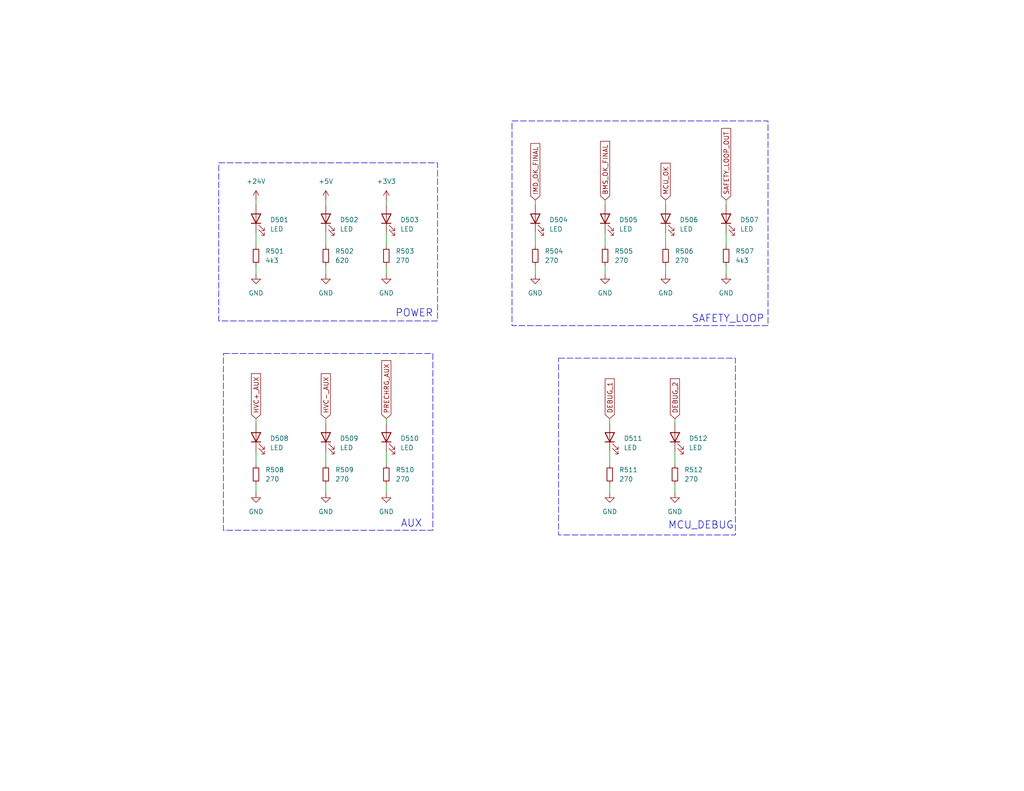
<source format=kicad_sch>
(kicad_sch (version 20231120) (generator "eeschema") (generator_version "8.0")
  (paper "USLetter")
  (title_block (title "Relay Control Board") (date "2024-07-01") (rev "PA") (company "UBC ThunderBikes") (comment 1 "Peter Woolsey"))
  (lib_symbols
    (symbol "Device:LED" (pin_numbers hide) (pin_names (offset 1.016) hide)
      (property "Reference" "D" (at 0 2.54 0))
      (property "Value" "LED" (at 0 -2.54 0))
      (symbol "LED_0_1"
        (polyline (pts (xy -1.27 -1.27) (xy -1.27 1.27)) (stroke (width 0.254)))
        (polyline (pts (xy -1.27 0) (xy 1.27 0)))
        (polyline (pts (xy 1.27 -1.27) (xy 1.27 1.27) (xy -1.27 0) (xy 1.27 -1.27)) (stroke (width 0.254)))
        (polyline (pts (xy -3.048 -0.762) (xy -4.572 -2.286) (xy -3.81 -2.286) (xy -4.572 -2.286) (xy -4.572 -1.524)))
        (polyline (pts (xy -1.778 -0.762) (xy -3.302 -2.286) (xy -2.54 -2.286) (xy -3.302 -2.286) (xy -3.302 -1.524)))
      )
      (symbol "LED_1_1"
        (pin passive line (at -3.81 0 0) (length 2.54) (name "K") (number "1"))
        (pin passive line (at 3.81 0 180) (length 2.54) (name "A") (number "2"))
      )
    )
    (symbol "Device:R_Small" (pin_numbers hide) (pin_names (offset 0.254) hide)
      (property "Reference" "R" (at 0.762 0.508 0))
      (property "Value" "R_Small" (at 0.762 -1.016 0))
      (symbol "R_Small_0_1"
        (rectangle (start -0.762 1.778) (end 0.762 -1.778) (stroke (width 0.2032)))
      )
      (symbol "R_Small_1_1"
        (pin passive line (at 0 2.54 270) (length 0.762) (name "~") (number "1"))
        (pin passive line (at 0 -2.54 90) (length 0.762) (name "~") (number "2"))
      )
    )
    (symbol "power:+24V" (power) (pin_numbers hide) (pin_names (offset 0) hide)
      (property "Value" "+24V" (at 0 3.556 0))
      (symbol "+24V_0_1"
        (polyline (pts (xy -0.762 1.27) (xy 0 2.54)))
        (polyline (pts (xy 0 0) (xy 0 2.54)))
        (polyline (pts (xy 0 2.54) (xy 0.762 1.27)))
      )
      (symbol "+24V_1_1"
        (pin power_in line (at 0 0 90) (length 0) (name "~") (number "1"))
      )
    )
    (symbol "power:+3V3" (power) (pin_numbers hide) (pin_names (offset 0) hide)
      (property "Value" "+3V3" (at 0 3.556 0))
      (symbol "+3V3_0_1"
        (polyline (pts (xy -0.762 1.27) (xy 0 2.54)))
        (polyline (pts (xy 0 0) (xy 0 2.54)))
        (polyline (pts (xy 0 2.54) (xy 0.762 1.27)))
      )
      (symbol "+3V3_1_1"
        (pin power_in line (at 0 0 90) (length 0) (name "~") (number "1"))
      )
    )
    (symbol "power:+5V" (power) (pin_numbers hide) (pin_names (offset 0) hide)
      (property "Value" "+5V" (at 0 3.556 0))
      (symbol "+5V_0_1"
        (polyline (pts (xy -0.762 1.27) (xy 0 2.54)))
        (polyline (pts (xy 0 0) (xy 0 2.54)))
        (polyline (pts (xy 0 2.54) (xy 0.762 1.27)))
      )
      (symbol "+5V_1_1"
        (pin power_in line (at 0 0 90) (length 0) (name "~") (number "1"))
      )
    )
    (symbol "power:GND" (power) (pin_numbers hide) (pin_names (offset 0) hide)
      (property "Value" "GND" (at 0 -3.81 0))
      (symbol "GND_0_1"
        (polyline (pts (xy 0 0) (xy 0 -1.27) (xy 1.27 -1.27) (xy 0 -2.54) (xy -1.27 -1.27) (xy 0 -1.27)))
      )
      (symbol "GND_1_1"
        (pin power_in line (at 0 0 270) (length 0) (name "~") (number "1"))
      )
    )
  )
  (wire (pts (xy 105.41 72.39) (xy 105.41 74.93)))
  (wire (pts (xy 184.15 132.08) (xy 184.15 134.62)))
  (wire (pts (xy 166.37 132.08) (xy 166.37 134.62)))
  (wire (pts (xy 88.9 72.39) (xy 88.9 74.93)))
  (wire (pts (xy 88.9 132.08) (xy 88.9 134.62)))
  (wire (pts (xy 198.12 72.39) (xy 198.12 74.93)))
  (wire (pts (xy 88.9 123.19) (xy 88.9 127)))
  (wire (pts (xy 184.15 123.19) (xy 184.15 127)))
  (wire (pts (xy 69.85 123.19) (xy 69.85 127)))
  (wire (pts (xy 181.61 63.5) (xy 181.61 67.31)))
  (wire (pts (xy 166.37 114.3) (xy 166.37 115.57)))
  (wire (pts (xy 198.12 63.5) (xy 198.12 67.31)))
  (wire (pts (xy 88.9 114.3) (xy 88.9 115.57)))
  (wire (pts (xy 105.41 123.19) (xy 105.41 127)))
  (wire (pts (xy 181.61 54.61) (xy 181.61 55.88)))
  (wire (pts (xy 69.85 114.3) (xy 69.85 115.57)))
  (wire (pts (xy 198.12 54.61) (xy 198.12 55.88)))
  (wire (pts (xy 69.85 132.08) (xy 69.85 134.62)))
  (wire (pts (xy 165.1 54.61) (xy 165.1 55.88)))
  (wire (pts (xy 105.41 114.3) (xy 105.41 115.57)))
  (wire (pts (xy 146.05 63.5) (xy 146.05 67.31)))
  (wire (pts (xy 69.85 63.5) (xy 69.85 67.31)))
  (wire (pts (xy 88.9 54.61) (xy 88.9 55.88)))
  (wire (pts (xy 165.1 72.39) (xy 165.1 74.93)))
  (wire (pts (xy 181.61 72.39) (xy 181.61 74.93)))
  (wire (pts (xy 69.85 72.39) (xy 69.85 74.93)))
  (wire (pts (xy 146.05 54.61) (xy 146.05 55.88)))
  (wire (pts (xy 165.1 63.5) (xy 165.1 67.31)))
  (wire (pts (xy 166.37 123.19) (xy 166.37 127)))
  (wire (pts (xy 105.41 132.08) (xy 105.41 134.62)))
  (wire (pts (xy 69.85 54.61) (xy 69.85 55.88)))
  (wire (pts (xy 184.15 114.3) (xy 184.15 115.57)))
  (wire (pts (xy 105.41 54.61) (xy 105.41 55.88)))
  (wire (pts (xy 105.41 63.5) (xy 105.41 67.31)))
  (wire (pts (xy 88.9 63.5) (xy 88.9 67.31)))
  (wire (pts (xy 146.05 72.39) (xy 146.05 74.93)))
  (rectangle (start 59.69 44.45) (end 119.38 87.63) (stroke (width 0) (type dash)))
  (rectangle (start 139.7 33.02) (end 209.55 88.9) (stroke (width 0) (type dash)))
  (rectangle (start 60.96 96.52) (end 118.11 144.78) (stroke (width 0) (type dash)))
  (rectangle (start 152.4 97.79) (end 200.66 146.05) (stroke (width 0) (type dash)))
  (text "SAFETY_LOOP" (at 198.628 87.122 0) (effects (font (size 2 2))))
  (text "MCU_DEBUG\n" (at 191.262 143.51 0) (effects (font (size 2 2))))
  (text "POWER" (at 113.03 85.598 0) (effects (font (size 2 2))))
  (text "AUX" (at 112.268 143.002 0) (effects (font (size 2 2))))
  (global_label "PRECHRG_AUX" (shape input) (at 105.41 114.3 90) (property "Intersheetrefs" "${INTERSHEET_REFS}" (effects (hide yes))))
  (global_label "DEBUG_2" (shape input) (at 184.15 114.3 90) (property "Intersheetrefs" "${INTERSHEET_REFS}" (effects (hide yes))))
  (global_label "HVC+_AUX" (shape input) (at 69.85 114.3 90) (property "Intersheetrefs" "${INTERSHEET_REFS}" (effects (hide yes))))
  (global_label "IMD_OK_FINAL" (shape input) (at 146.05 54.61 90) (property "Intersheetrefs" "${INTERSHEET_REFS}" (effects (hide yes))))
  (global_label "SAFETY_LOOP_OUT" (shape input) (at 198.12 54.61 90) (property "Intersheetrefs" "${INTERSHEET_REFS}" (effects (hide yes))))
  (global_label "MCU_OK" (shape input) (at 181.61 54.61 90) (property "Intersheetrefs" "${INTERSHEET_REFS}" (effects (hide yes))))
  (global_label "BMS_OK_FINAL" (shape input) (at 165.1 54.61 90) (property "Intersheetrefs" "${INTERSHEET_REFS}" (effects (hide yes))))
  (global_label "HVC-_AUX" (shape input) (at 88.9 114.3 90) (property "Intersheetrefs" "${INTERSHEET_REFS}" (effects (hide yes))))
  (global_label "DEBUG_1" (shape input) (at 166.37 114.3 90) (property "Intersheetrefs" "${INTERSHEET_REFS}" (effects (hide yes))))
  (symbol (lib_id "Device:R_Small") (at 166.37 129.54 0) (unit 1)
    (property "Reference" "R511" (at 168.91 128.2699 0) (effects (justify left)))
    (property "Value" "270" (at 168.91 130.8099 0) (effects (justify left)))
    (property "Footprint" "Resistor_SMD:R_0603_1608Metric" (effects (hide yes)))
    (property "Description" "Resistor, small symbol" (effects (hide yes)))
    (property "LCSC" "C22966" (effects (hide yes)))
  )
  (symbol (lib_id "power:+5V") (at 88.9 54.61 0) (unit 1)
    (property "Reference" "#PWR0505" (effects (hide yes)))
    (property "Value" "+5V" (at 88.9 49.53 0))
    (property "Description" "Power symbol creates a global label with name \"+5V\"" (effects (hide yes)))
  )
  (symbol (lib_id "Device:LED") (at 105.41 59.69 90) (unit 1)
    (property "Reference" "D503" (at 109.22 60.0074 90) (effects (justify right)))
    (property "Value" "LED" (at 109.22 62.5474 90) (effects (justify right)))
    (property "Footprint" "LED_SMD:LED_0603_1608Metric" (effects (hide yes)))
    (property "Description" "Light emitting diode" (effects (hide yes)))
    (property "LCSC" "C84263" (effects (hide yes)))
  )
  (symbol (lib_id "power:GND") (at 166.37 134.62 0) (unit 1)
    (property "Reference" "#PWR0513" (effects (hide yes)))
    (property "Value" "GND" (at 166.37 139.7 0))
    (property "Description" "Power symbol creates a global label with name \"GND\" , ground" (effects (hide yes)))
  )
  (symbol (lib_id "Device:LED") (at 88.9 59.69 90) (unit 1)
    (property "Reference" "D502" (at 92.71 60.0074 90) (effects (justify right)))
    (property "Value" "LED" (at 92.71 62.5474 90) (effects (justify right)))
    (property "Footprint" "LED_SMD:LED_0603_1608Metric" (effects (hide yes)))
    (property "Description" "Light emitting diode" (effects (hide yes)))
    (property "LCSC" "C84263" (effects (hide yes)))
  )
  (symbol (lib_id "Device:LED") (at 198.12 59.69 90) (unit 1)
    (property "Reference" "D507" (at 201.93 60.0074 90) (effects (justify right)))
    (property "Value" "LED" (at 201.93 62.5474 90) (effects (justify right)))
    (property "Footprint" "LED_SMD:LED_0603_1608Metric" (effects (hide yes)))
    (property "Description" "Light emitting diode" (effects (hide yes)))
    (property "LCSC" "C84263" (effects (hide yes)))
  )
  (symbol (lib_id "Device:LED") (at 181.61 59.69 90) (unit 1)
    (property "Reference" "D506" (at 185.42 60.0074 90) (effects (justify right)))
    (property "Value" "LED" (at 185.42 62.5474 90) (effects (justify right)))
    (property "Footprint" "LED_SMD:LED_0603_1608Metric" (effects (hide yes)))
    (property "Description" "Light emitting diode" (effects (hide yes)))
    (property "LCSC" "C84263" (effects (hide yes)))
  )
  (symbol (lib_id "Device:LED") (at 165.1 59.69 90) (unit 1)
    (property "Reference" "D505" (at 168.91 60.0074 90) (effects (justify right)))
    (property "Value" "LED" (at 168.91 62.5474 90) (effects (justify right)))
    (property "Footprint" "LED_SMD:LED_0603_1608Metric" (effects (hide yes)))
    (property "Description" "Light emitting diode" (effects (hide yes)))
    (property "LCSC" "C84263" (effects (hide yes)))
  )
  (symbol (lib_id "power:GND") (at 165.1 74.93 0) (unit 1)
    (property "Reference" "#PWR0503" (effects (hide yes)))
    (property "Value" "GND" (at 165.1 80.01 0))
    (property "Description" "Power symbol creates a global label with name \"GND\" , ground" (effects (hide yes)))
  )
  (symbol (lib_id "power:GND") (at 198.12 74.93 0) (unit 1)
    (property "Reference" "#PWR0514" (effects (hide yes)))
    (property "Value" "GND" (at 198.12 80.01 0))
    (property "Description" "Power symbol creates a global label with name \"GND\" , ground" (effects (hide yes)))
  )
  (symbol (lib_id "power:GND") (at 105.41 134.62 0) (unit 1)
    (property "Reference" "#PWR0511" (effects (hide yes)))
    (property "Value" "GND" (at 105.41 139.7 0))
    (property "Description" "Power symbol creates a global label with name \"GND\" , ground" (effects (hide yes)))
  )
  (symbol (lib_id "power:+3V3") (at 105.41 54.61 0) (unit 1)
    (property "Reference" "#PWR0507" (effects (hide yes)))
    (property "Value" "+3V3" (at 105.41 49.53 0))
    (property "Description" "Power symbol creates a global label with name \"+3V3\"" (effects (hide yes)))
  )
  (symbol (lib_id "Device:R_Small") (at 88.9 69.85 0) (unit 1)
    (property "Reference" "R502" (at 91.44 68.5799 0) (effects (justify left)))
    (property "Value" "620" (at 91.44 71.1199 0) (effects (justify left)))
    (property "Footprint" "Resistor_SMD:R_0603_1608Metric" (effects (hide yes)))
    (property "Description" "Resistor, small symbol" (effects (hide yes)))
    (property "LCSC" "C23220" (effects (hide yes)))
  )
  (symbol (lib_id "power:GND") (at 69.85 74.93 0) (unit 1)
    (property "Reference" "#PWR0502" (effects (hide yes)))
    (property "Value" "GND" (at 69.85 80.01 0))
    (property "Description" "Power symbol creates a global label with name \"GND\" , ground" (effects (hide yes)))
  )
  (symbol (lib_id "Device:LED") (at 105.41 119.38 90) (unit 1)
    (property "Reference" "D510" (at 109.22 119.6974 90) (effects (justify right)))
    (property "Value" "LED" (at 109.22 122.2374 90) (effects (justify right)))
    (property "Footprint" "LED_SMD:LED_0603_1608Metric" (effects (hide yes)))
    (property "Description" "Light emitting diode" (effects (hide yes)))
    (property "LCSC" "C84263" (effects (hide yes)))
  )
  (symbol (lib_id "Device:R_Small") (at 198.12 69.85 0) (unit 1)
    (property "Reference" "R507" (at 200.66 68.5799 0) (effects (justify left)))
    (property "Value" "4k3" (at 200.66 71.1199 0) (effects (justify left)))
    (property "Footprint" "Resistor_SMD:R_0603_1608Metric" (effects (hide yes)))
    (property "Description" "Resistor, small symbol" (effects (hide yes)))
    (property "LCSC" "C23159" (effects (hide yes)))
  )
  (symbol (lib_id "Device:R_Small") (at 165.1 69.85 0) (unit 1)
    (property "Reference" "R505" (at 167.64 68.5799 0) (effects (justify left)))
    (property "Value" "270" (at 167.64 71.1199 0) (effects (justify left)))
    (property "Footprint" "Resistor_SMD:R_0603_1608Metric" (effects (hide yes)))
    (property "Description" "Resistor, small symbol" (effects (hide yes)))
    (property "LCSC" "C22966" (effects (hide yes)))
  )
  (symbol (lib_id "Device:LED") (at 184.15 119.38 90) (unit 1)
    (property "Reference" "D512" (at 187.96 119.6974 90) (effects (justify right)))
    (property "Value" "LED" (at 187.96 122.2374 90) (effects (justify right)))
    (property "Footprint" "LED_SMD:LED_0603_1608Metric" (effects (hide yes)))
    (property "Description" "Light emitting diode" (effects (hide yes)))
    (property "LCSC" "C84263" (effects (hide yes)))
  )
  (symbol (lib_id "Device:R_Small") (at 146.05 69.85 0) (unit 1)
    (property "Reference" "R504" (at 148.59 68.5799 0) (effects (justify left)))
    (property "Value" "270" (at 148.59 71.1199 0) (effects (justify left)))
    (property "Footprint" "Resistor_SMD:R_0603_1608Metric" (effects (hide yes)))
    (property "Description" "Resistor, small symbol" (effects (hide yes)))
    (property "LCSC" "C22966" (effects (hide yes)))
  )
  (symbol (lib_id "power:GND") (at 181.61 74.93 0) (unit 1)
    (property "Reference" "#PWR0509" (effects (hide yes)))
    (property "Value" "GND" (at 181.61 80.01 0))
    (property "Description" "Power symbol creates a global label with name \"GND\" , ground" (effects (hide yes)))
  )
  (symbol (lib_id "power:GND") (at 105.41 74.93 0) (unit 1)
    (property "Reference" "#PWR0506" (effects (hide yes)))
    (property "Value" "GND" (at 105.41 80.01 0))
    (property "Description" "Power symbol creates a global label with name \"GND\" , ground" (effects (hide yes)))
  )
  (symbol (lib_id "Device:R_Small") (at 105.41 69.85 0) (unit 1)
    (property "Reference" "R503" (at 107.95 68.5799 0) (effects (justify left)))
    (property "Value" "270" (at 107.95 71.1199 0) (effects (justify left)))
    (property "Footprint" "Resistor_SMD:R_0603_1608Metric" (effects (hide yes)))
    (property "Description" "Resistor, small symbol" (effects (hide yes)))
    (property "LCSC" "C22966" (effects (hide yes)))
  )
  (symbol (lib_id "Device:R_Small") (at 69.85 129.54 0) (unit 1)
    (property "Reference" "R508" (at 72.39 128.2699 0) (effects (justify left)))
    (property "Value" "270" (at 72.39 130.8099 0) (effects (justify left)))
    (property "Footprint" "Resistor_SMD:R_0603_1608Metric" (effects (hide yes)))
    (property "Description" "Resistor, small symbol" (effects (hide yes)))
    (property "LCSC" "C22966" (effects (hide yes)))
  )
  (symbol (lib_id "power:GND") (at 88.9 74.93 0) (unit 1)
    (property "Reference" "#PWR0504" (effects (hide yes)))
    (property "Value" "GND" (at 88.9 80.01 0))
    (property "Description" "Power symbol creates a global label with name \"GND\" , ground" (effects (hide yes)))
  )
  (symbol (lib_id "power:GND") (at 69.85 134.62 0) (unit 1)
    (property "Reference" "#PWR0510" (effects (hide yes)))
    (property "Value" "GND" (at 69.85 139.7 0))
    (property "Description" "Power symbol creates a global label with name \"GND\" , ground" (effects (hide yes)))
  )
  (symbol (lib_id "power:GND") (at 184.15 134.62 0) (unit 1)
    (property "Reference" "#PWR0515" (effects (hide yes)))
    (property "Value" "GND" (at 184.15 139.7 0))
    (property "Description" "Power symbol creates a global label with name \"GND\" , ground" (effects (hide yes)))
  )
  (symbol (lib_id "Device:R_Small") (at 184.15 129.54 0) (unit 1)
    (property "Reference" "R512" (at 186.69 128.2699 0) (effects (justify left)))
    (property "Value" "270" (at 186.69 130.8099 0) (effects (justify left)))
    (property "Footprint" "Resistor_SMD:R_0603_1608Metric" (effects (hide yes)))
    (property "Description" "Resistor, small symbol" (effects (hide yes)))
    (property "LCSC" "C22966" (effects (hide yes)))
  )
  (symbol (lib_id "Device:LED") (at 69.85 119.38 90) (unit 1)
    (property "Reference" "D508" (at 73.66 119.6974 90) (effects (justify right)))
    (property "Value" "LED" (at 73.66 122.2374 90) (effects (justify right)))
    (property "Footprint" "LED_SMD:LED_0603_1608Metric" (effects (hide yes)))
    (property "Description" "Light emitting diode" (effects (hide yes)))
    (property "LCSC" "C84263" (effects (hide yes)))
  )
  (symbol (lib_id "power:+24V") (at 69.85 54.61 0) (unit 1)
    (property "Reference" "#PWR0501" (effects (hide yes)))
    (property "Value" "+24V" (at 69.85 49.53 0))
    (property "Description" "Power symbol creates a global label with name \"+24V\"" (effects (hide yes)))
  )
  (symbol (lib_id "Device:LED") (at 69.85 59.69 90) (unit 1)
    (property "Reference" "D501" (at 73.66 60.0074 90) (effects (justify right)))
    (property "Value" "LED" (at 73.66 62.5474 90) (effects (justify right)))
    (property "Footprint" "LED_SMD:LED_0603_1608Metric" (effects (hide yes)))
    (property "Description" "Light emitting diode" (effects (hide yes)))
    (property "LCSC" "C84263" (effects (hide yes)))
  )
  (symbol (lib_id "Device:LED") (at 88.9 119.38 90) (unit 1)
    (property "Reference" "D509" (at 92.71 119.6974 90) (effects (justify right)))
    (property "Value" "LED" (at 92.71 122.2374 90) (effects (justify right)))
    (property "Footprint" "LED_SMD:LED_0603_1608Metric" (effects (hide yes)))
    (property "Description" "Light emitting diode" (effects (hide yes)))
    (property "LCSC" "C84263" (effects (hide yes)))
  )
  (symbol (lib_id "Device:R_Small") (at 181.61 69.85 0) (unit 1)
    (property "Reference" "R506" (at 184.15 68.5799 0) (effects (justify left)))
    (property "Value" "270" (at 184.15 71.1199 0) (effects (justify left)))
    (property "Footprint" "Resistor_SMD:R_0603_1608Metric" (effects (hide yes)))
    (property "Description" "Resistor, small symbol" (effects (hide yes)))
    (property "LCSC" "C22966" (effects (hide yes)))
  )
  (symbol (lib_id "Device:LED") (at 146.05 59.69 90) (unit 1)
    (property "Reference" "D504" (at 149.86 60.0074 90) (effects (justify right)))
    (property "Value" "LED" (at 149.86 62.5474 90) (effects (justify right)))
    (property "Footprint" "LED_SMD:LED_0603_1608Metric" (effects (hide yes)))
    (property "Description" "Light emitting diode" (effects (hide yes)))
    (property "LCSC" "C84263" (effects (hide yes)))
  )
  (symbol (lib_id "power:GND") (at 146.05 74.93 0) (unit 1)
    (property "Reference" "#PWR0508" (effects (hide yes)))
    (property "Value" "GND" (at 146.05 80.01 0))
    (property "Description" "Power symbol creates a global label with name \"GND\" , ground" (effects (hide yes)))
  )
  (symbol (lib_id "power:GND") (at 88.9 134.62 0) (unit 1)
    (property "Reference" "#PWR0512" (effects (hide yes)))
    (property "Value" "GND" (at 88.9 139.7 0))
    (property "Description" "Power symbol creates a global label with name \"GND\" , ground" (effects (hide yes)))
  )
  (symbol (lib_id "Device:R_Small") (at 88.9 129.54 0) (unit 1)
    (property "Reference" "R509" (at 91.44 128.2699 0) (effects (justify left)))
    (property "Value" "270" (at 91.44 130.8099 0) (effects (justify left)))
    (property "Footprint" "Resistor_SMD:R_0603_1608Metric" (effects (hide yes)))
    (property "Description" "Resistor, small symbol" (effects (hide yes)))
    (property "LCSC" "C22966" (effects (hide yes)))
  )
  (symbol (lib_id "Device:R_Small") (at 69.85 69.85 0) (unit 1)
    (property "Reference" "R501" (at 72.39 68.5799 0) (effects (justify left)))
    (property "Value" "4k3" (at 72.39 71.1199 0) (effects (justify left)))
    (property "Footprint" "Resistor_SMD:R_0603_1608Metric" (effects (hide yes)))
    (property "Description" "Resistor, small symbol" (effects (hide yes)))
    (property "LCSC" "C23159" (effects (hide yes)))
  )
  (symbol (lib_id "Device:R_Small") (at 105.41 129.54 0) (unit 1)
    (property "Reference" "R510" (at 107.95 128.2699 0) (effects (justify left)))
    (property "Value" "270" (at 107.95 130.8099 0) (effects (justify left)))
    (property "Footprint" "Resistor_SMD:R_0603_1608Metric" (effects (hide yes)))
    (property "Description" "Resistor, small symbol" (effects (hide yes)))
    (property "LCSC" "C22966" (effects (hide yes)))
  )
  (symbol (lib_id "Device:LED") (at 166.37 119.38 90) (unit 1)
    (property "Reference" "D511" (at 170.18 119.6974 90) (effects (justify right)))
    (property "Value" "LED" (at 170.18 122.2374 90) (effects (justify right)))
    (property "Footprint" "LED_SMD:LED_0603_1608Metric" (effects (hide yes)))
    (property "Description" "Light emitting diode" (effects (hide yes)))
    (property "LCSC" "C84263" (effects (hide yes)))
  )
)
</source>
